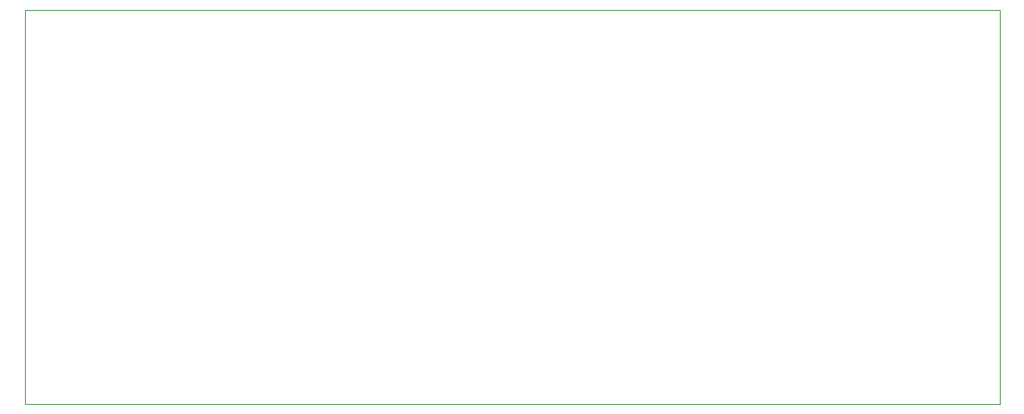
<source format=gbr>
G04 #@! TF.GenerationSoftware,KiCad,Pcbnew,(5.1.2)-2*
G04 #@! TF.CreationDate,2020-08-30T00:43:24-04:00*
G04 #@! TF.ProjectId,Scanner1,5363616e-6e65-4723-912e-6b696361645f,rev?*
G04 #@! TF.SameCoordinates,Original*
G04 #@! TF.FileFunction,Profile,NP*
%FSLAX46Y46*%
G04 Gerber Fmt 4.6, Leading zero omitted, Abs format (unit mm)*
G04 Created by KiCad (PCBNEW (5.1.2)-2) date 2020-08-30 00:43:24*
%MOMM*%
%LPD*%
G04 APERTURE LIST*
%ADD10C,0.050000*%
G04 APERTURE END LIST*
D10*
X228600000Y-95885000D02*
X228600000Y-55880000D01*
X129540000Y-55880000D02*
X129540000Y-95885000D01*
X129540000Y-95885000D02*
X228600000Y-95885000D01*
X179451000Y-55880000D02*
X228600000Y-55880000D01*
X129540000Y-55880000D02*
X179451000Y-55880000D01*
M02*

</source>
